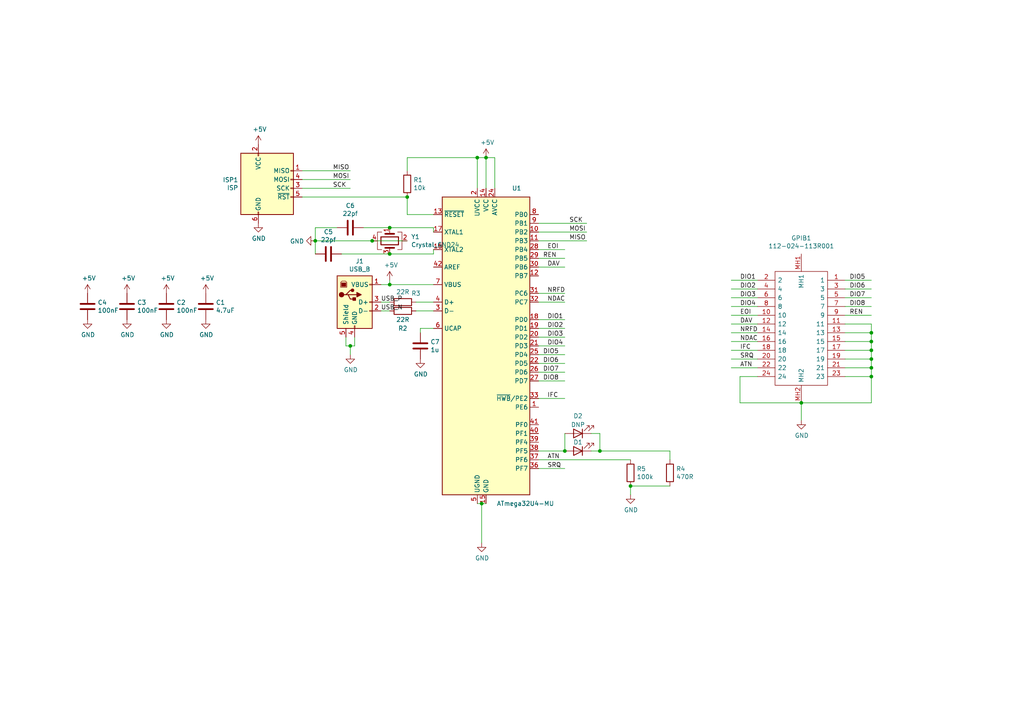
<source format=kicad_sch>
(kicad_sch (version 20230121) (generator eeschema)
  (paper "A4")
  (lib_symbols
    (symbol "Connector:AVR-ISP-6" (pin_names (offset 1.016))
      (property "Reference" "J" (at -6.35 11.43 0))
      (property "Value" "AVR-ISP-6" (at 0 11.43 0))
      (symbol "AVR-ISP-6_0_1"
        (rectangle (start -2.667 -6.858) (end -2.413 -7.62))
        (rectangle (start -2.667 10.16) (end -2.413 9.398))
        (rectangle (start 7.62 -2.413) (end 6.858 -2.667))
        (rectangle (start 7.62 0.127) (end 6.858 -0.127))
        (rectangle (start 7.62 2.667) (end 6.858 2.413))
        (rectangle (start 7.62 5.207) (end 6.858 4.953))
        (rectangle (start 7.62 10.16) (end -7.62 -7.62) (stroke (width 0.254)) (fill (type background)))
      )
      (symbol "AVR-ISP-6_1_1"
        (pin passive line (at 10.16 5.08 180) (length 2.54) (name "MISO") (number "1"))
        (pin passive line (at -2.54 12.7 270) (length 2.54) (name "VCC") (number "2"))
        (pin passive line (at 10.16 0 180) (length 2.54) (name "SCK") (number "3"))
        (pin passive line (at 10.16 2.54 180) (length 2.54) (name "MOSI") (number "4"))
        (pin passive line (at 10.16 -2.54 180) (length 2.54) (name "~{RST}") (number "5"))
        (pin passive line (at -2.54 -10.16 90) (length 2.54) (name "GND") (number "6"))
      )
    )
    (symbol "Connector:USB_B" (pin_names (offset 1.016))
      (property "Reference" "J" (at -5.08 11.43 0))
      (property "Value" "USB_B" (at -5.08 8.89 0))
      (symbol "USB_B_0_1"
        (rectangle (start -5.08 -7.62) (end 5.08 7.62) (stroke (width 0.254)) (fill (type background)))
        (circle (center -3.81 2.159) (radius 0.635) (stroke (width 0.254)) (fill (type outline)))
        (rectangle (start -3.81 5.588) (end -2.54 4.572) (fill (type outline)))
        (circle (center -0.635 3.429) (radius 0.381) (stroke (width 0.254)) (fill (type outline)))
        (rectangle (start -0.127 -7.62) (end 0.127 -6.858))
        (polyline (pts (xy -1.905 2.159) (xy 0.635 2.159)) (stroke (width 0.254)))
        (polyline (pts (xy -3.175 2.159) (xy -2.54 2.159) (xy -1.27 3.429) (xy -0.635 3.429)) (stroke (width 0.254)))
        (polyline (pts (xy -2.54 2.159) (xy -1.905 2.159) (xy -1.27 0.889) (xy 0 0.889)) (stroke (width 0.254)))
        (polyline (pts (xy 0.635 2.794) (xy 0.635 1.524) (xy 1.905 2.159) (xy 0.635 2.794)) (stroke (width 0.254)) (fill (type outline)))
        (polyline (pts (xy -4.064 4.318) (xy -2.286 4.318) (xy -2.286 5.715) (xy -2.667 6.096) (xy -3.683 6.096) (xy -4.064 5.715) (xy -4.064 4.318)))
        (rectangle (start 0.254 1.27) (end -0.508 0.508) (stroke (width 0.254)) (fill (type outline)))
        (rectangle (start 5.08 -2.667) (end 4.318 -2.413))
        (rectangle (start 5.08 -0.127) (end 4.318 0.127))
        (rectangle (start 5.08 4.953) (end 4.318 5.207))
      )
      (symbol "USB_B_1_1"
        (pin power_out line (at 7.62 5.08 180) (length 2.54) (name "VBUS") (number "1"))
        (pin bidirectional line (at 7.62 -2.54 180) (length 2.54) (name "D-") (number "2"))
        (pin bidirectional line (at 7.62 0 180) (length 2.54) (name "D+") (number "3"))
        (pin power_out line (at 0 -10.16 90) (length 2.54) (name "GND") (number "4"))
        (pin passive line (at -2.54 -10.16 90) (length 2.54) (name "Shield") (number "5"))
      )
    )
    (symbol "Device:C" (pin_numbers hide) (pin_names (offset 0.254))
      (property "Reference" "C" (at 0.635 2.54 0))
      (property "Value" "C" (at 0.635 -2.54 0))
      (symbol "C_0_1"
        (polyline (pts (xy -2.032 -0.762) (xy 2.032 -0.762)) (stroke (width 0.508)))
        (polyline (pts (xy -2.032 0.762) (xy 2.032 0.762)) (stroke (width 0.508)))
      )
      (symbol "C_1_1"
        (pin passive line (at 0 3.81 270) (length 2.794) (name "~") (number "1"))
        (pin passive line (at 0 -3.81 90) (length 2.794) (name "~") (number "2"))
      )
    )
    (symbol "Device:Crystal_GND24" (pin_names (offset 1.016) hide)
      (property "Reference" "Y" (at 3.175 5.08 0))
      (property "Value" "Crystal_GND24" (at 3.175 3.175 0))
      (symbol "Crystal_GND24_0_1"
        (rectangle (start -1.143 2.54) (end 1.143 -2.54) (stroke (width 0.3048)))
        (polyline (pts (xy -2.54 0) (xy -2.032 0)))
        (polyline (pts (xy -2.032 -1.27) (xy -2.032 1.27)) (stroke (width 0.508)))
        (polyline (pts (xy 0 -3.81) (xy 0 -3.556)))
        (polyline (pts (xy 0 3.556) (xy 0 3.81)))
        (polyline (pts (xy 2.032 -1.27) (xy 2.032 1.27)) (stroke (width 0.508)))
        (polyline (pts (xy 2.032 0) (xy 2.54 0)))
        (polyline (pts (xy -2.54 -2.286) (xy -2.54 -3.556) (xy 2.54 -3.556) (xy 2.54 -2.286)))
        (polyline (pts (xy -2.54 2.286) (xy -2.54 3.556) (xy 2.54 3.556) (xy 2.54 2.286)))
      )
      (symbol "Crystal_GND24_1_1"
        (pin passive line (at -3.81 0 0) (length 1.27) (name "1") (number "1"))
        (pin passive line (at 0 5.08 270) (length 1.27) (name "2") (number "2"))
        (pin passive line (at 3.81 0 180) (length 1.27) (name "3") (number "3"))
        (pin passive line (at 0 -5.08 90) (length 1.27) (name "4") (number "4"))
      )
    )
    (symbol "Device:LED" (pin_numbers hide) (pin_names (offset 1.016) hide)
      (property "Reference" "D" (at 0 2.54 0))
      (property "Value" "LED" (at 0 -2.54 0))
      (symbol "LED_0_1"
        (polyline (pts (xy -1.27 -1.27) (xy -1.27 1.27)) (stroke (width 0.254)))
        (polyline (pts (xy -1.27 0) (xy 1.27 0)))
        (polyline (pts (xy 1.27 -1.27) (xy 1.27 1.27) (xy -1.27 0) (xy 1.27 -1.27)) (stroke (width 0.254)))
        (polyline (pts (xy -3.048 -0.762) (xy -4.572 -2.286) (xy -3.81 -2.286) (xy -4.572 -2.286) (xy -4.572 -1.524)))
        (polyline (pts (xy -1.778 -0.762) (xy -3.302 -2.286) (xy -2.54 -2.286) (xy -3.302 -2.286) (xy -3.302 -1.524)))
      )
      (symbol "LED_1_1"
        (pin passive line (at -3.81 0 0) (length 2.54) (name "K") (number "1"))
        (pin passive line (at 3.81 0 180) (length 2.54) (name "A") (number "2"))
      )
    )
    (symbol "Device:R" (pin_numbers hide) (pin_names (offset 0))
      (property "Reference" "R" (at 2.032 0 90))
      (property "Value" "R" (at 0 0 90))
      (symbol "R_0_1"
        (rectangle (start -1.016 -2.54) (end 1.016 2.54) (stroke (width 0.254)))
      )
      (symbol "R_1_1"
        (pin passive line (at 0 3.81 270) (length 1.27) (name "~") (number "1"))
        (pin passive line (at 0 -3.81 90) (length 1.27) (name "~") (number "2"))
      )
    )
    (symbol "MCU_Microchip_ATmega:ATmega32U4-MU"
      (property "Reference" "U" (at -12.7 44.45 0))
      (property "Value" "MCU_Microchip_ATmega_ATmega32U4-MU" (at 2.54 -44.45 0))
      (symbol "ATmega32U4-MU_0_1"
        (rectangle (start -12.7 -43.18) (end 12.7 43.18) (stroke (width 0.254)) (fill (type background)))
      )
      (symbol "ATmega32U4-MU_1_1"
        (pin bidirectional line (at 15.24 -17.78 180) (length 2.54) (name "PE6") (number "1"))
        (pin bidirectional line (at 15.24 33.02 180) (length 2.54) (name "PB2") (number "10"))
        (pin bidirectional line (at 15.24 30.48 180) (length 2.54) (name "PB3") (number "11"))
        (pin bidirectional line (at 15.24 20.32 180) (length 2.54) (name "PB7") (number "12"))
        (pin input line (at -15.24 38.1 0) (length 2.54) (name "~{RESET}") (number "13"))
        (pin power_in line (at 0 45.72 270) (length 2.54) (name "VCC") (number "14"))
        (pin power_in line (at 0 -45.72 90) (length 2.54) (name "GND") (number "15"))
        (pin output line (at -15.24 27.94 0) (length 2.54) (name "XTAL2") (number "16"))
        (pin input line (at -15.24 33.02 0) (length 2.54) (name "XTAL1") (number "17"))
        (pin bidirectional line (at 15.24 7.62 180) (length 2.54) (name "PD0") (number "18"))
        (pin bidirectional line (at 15.24 5.08 180) (length 2.54) (name "PD1") (number "19"))
        (pin power_in line (at -2.54 45.72 270) (length 2.54) (name "UVCC") (number "2"))
        (pin bidirectional line (at 15.24 2.54 180) (length 2.54) (name "PD2") (number "20"))
        (pin bidirectional line (at 15.24 0 180) (length 2.54) (name "PD3") (number "21"))
        (pin bidirectional line (at 15.24 -5.08 180) (length 2.54) (name "PD5") (number "22"))
        (pin passive line (at 0 -45.72 90) (length 2.54) hide (name "GND") (number "23"))
        (pin power_in line (at 2.54 45.72 270) (length 2.54) (name "AVCC") (number "24"))
        (pin bidirectional line (at 15.24 -2.54 180) (length 2.54) (name "PD4") (number "25"))
        (pin bidirectional line (at 15.24 -7.62 180) (length 2.54) (name "PD6") (number "26"))
        (pin bidirectional line (at 15.24 -10.16 180) (length 2.54) (name "PD7") (number "27"))
        (pin bidirectional line (at 15.24 27.94 180) (length 2.54) (name "PB4") (number "28"))
        (pin bidirectional line (at 15.24 25.4 180) (length 2.54) (name "PB5") (number "29"))
        (pin bidirectional line (at -15.24 10.16 0) (length 2.54) (name "D-") (number "3"))
        (pin bidirectional line (at 15.24 22.86 180) (length 2.54) (name "PB6") (number "30"))
        (pin bidirectional line (at 15.24 15.24 180) (length 2.54) (name "PC6") (number "31"))
        (pin bidirectional line (at 15.24 12.7 180) (length 2.54) (name "PC7") (number "32"))
        (pin bidirectional line (at 15.24 -15.24 180) (length 2.54) (name "~{HWB}/PE2") (number "33"))
        (pin passive line (at 0 45.72 270) (length 2.54) hide (name "VCC") (number "34"))
        (pin passive line (at 0 -45.72 90) (length 2.54) hide (name "GND") (number "35"))
        (pin bidirectional line (at 15.24 -35.56 180) (length 2.54) (name "PF7") (number "36"))
        (pin bidirectional line (at 15.24 -33.02 180) (length 2.54) (name "PF6") (number "37"))
        (pin bidirectional line (at 15.24 -30.48 180) (length 2.54) (name "PF5") (number "38"))
        (pin bidirectional line (at 15.24 -27.94 180) (length 2.54) (name "PF4") (number "39"))
        (pin bidirectional line (at -15.24 12.7 0) (length 2.54) (name "D+") (number "4"))
        (pin bidirectional line (at 15.24 -25.4 180) (length 2.54) (name "PF1") (number "40"))
        (pin bidirectional line (at 15.24 -22.86 180) (length 2.54) (name "PF0") (number "41"))
        (pin passive line (at -15.24 22.86 0) (length 2.54) (name "AREF") (number "42"))
        (pin passive line (at 0 -45.72 90) (length 2.54) hide (name "GND") (number "43"))
        (pin passive line (at 2.54 45.72 270) (length 2.54) hide (name "AVCC") (number "44"))
        (pin passive line (at 0 -45.72 90) (length 2.54) hide (name "GND") (number "45"))
        (pin passive line (at -2.54 -45.72 90) (length 2.54) (name "UGND") (number "5"))
        (pin passive line (at -15.24 5.08 0) (length 2.54) (name "UCAP") (number "6"))
        (pin input line (at -15.24 17.78 0) (length 2.54) (name "VBUS") (number "7"))
        (pin bidirectional line (at 15.24 38.1 180) (length 2.54) (name "PB0") (number "8"))
        (pin bidirectional line (at 15.24 35.56 180) (length 2.54) (name "PB1") (number "9"))
      )
    )
    (symbol "conn-gpib:112-024-113R001" (pin_names (offset 0.762))
      (property "Reference" "J" (at 39.37 12.7 0))
      (property "Value" "112-024-113R001" (at 39.37 10.16 0))
      (symbol "112-024-113R001_0_0"
        (pin passive line (at 7.62 -12.7 90) (length 5.08) (name "1") (number "1"))
        (pin passive line (at 17.78 12.7 270) (length 5.08) (name "10") (number "10"))
        (pin passive line (at 20.32 -12.7 90) (length 5.08) (name "11") (number "11"))
        (pin passive line (at 20.32 12.7 270) (length 5.08) (name "12") (number "12"))
        (pin passive line (at 22.86 -12.7 90) (length 5.08) (name "13") (number "13"))
        (pin passive line (at 22.86 12.7 270) (length 5.08) (name "14") (number "14"))
        (pin passive line (at 25.4 -12.7 90) (length 5.08) (name "15") (number "15"))
        (pin passive line (at 25.4 12.7 270) (length 5.08) (name "16") (number "16"))
        (pin passive line (at 27.94 -12.7 90) (length 5.08) (name "17") (number "17"))
        (pin passive line (at 27.94 12.7 270) (length 5.08) (name "18") (number "18"))
        (pin passive line (at 30.48 -12.7 90) (length 5.08) (name "19") (number "19"))
        (pin passive line (at 7.62 12.7 270) (length 5.08) (name "2") (number "2"))
        (pin passive line (at 30.48 12.7 270) (length 5.08) (name "20") (number "20"))
        (pin passive line (at 33.02 -12.7 90) (length 5.08) (name "21") (number "21"))
        (pin passive line (at 33.02 12.7 270) (length 5.08) (name "22") (number "22"))
        (pin passive line (at 35.56 -12.7 90) (length 5.08) (name "23") (number "23"))
        (pin passive line (at 35.56 12.7 270) (length 5.08) (name "24") (number "24"))
        (pin passive line (at 10.16 -12.7 90) (length 5.08) (name "3") (number "3"))
        (pin passive line (at 10.16 12.7 270) (length 5.08) (name "4") (number "4"))
        (pin passive line (at 12.7 -12.7 90) (length 5.08) (name "5") (number "5"))
        (pin passive line (at 12.7 12.7 270) (length 5.08) (name "6") (number "6"))
        (pin passive line (at 15.24 -12.7 90) (length 5.08) (name "7") (number "7"))
        (pin passive line (at 15.24 12.7 270) (length 5.08) (name "8") (number "8"))
        (pin passive line (at 17.78 -12.7 90) (length 5.08) (name "9") (number "9"))
        (pin passive line (at 0 0 0) (length 5.08) (name "MH1") (number "MH1"))
        (pin passive line (at 43.18 0 180) (length 5.08) (name "MH2") (number "MH2"))
      )
      (symbol "112-024-113R001_0_1"
        (polyline (pts (xy 5.08 7.62) (xy 38.1 7.62) (xy 38.1 -7.62) (xy 5.08 -7.62) (xy 5.08 7.62)) (stroke (width 0.1524)))
      )
    )
    (symbol "power:+5V" (power) (pin_names (offset 0))
      (property "Value" "+5V" (at 0 3.556 0))
      (symbol "+5V_0_1"
        (polyline (pts (xy -0.762 1.27) (xy 0 2.54)))
        (polyline (pts (xy 0 0) (xy 0 2.54)))
        (polyline (pts (xy 0 2.54) (xy 0.762 1.27)))
      )
      (symbol "+5V_1_1"
        (pin power_in line (at 0 0 90) (length 0) hide (name "+5V") (number "1"))
      )
    )
    (symbol "power:GND" (power) (pin_names (offset 0))
      (property "Value" "GND" (at 0 -3.81 0))
      (symbol "GND_0_1"
        (polyline (pts (xy 0 0) (xy 0 -1.27) (xy 1.27 -1.27) (xy 0 -2.54) (xy -1.27 -1.27) (xy 0 -1.27)))
      )
      (symbol "GND_1_1"
        (pin power_in line (at 0 0 270) (length 0) hide (name "GND") (number "1"))
      )
    )
  )
  (junction (at 118.11 57.15))
  (junction (at 182.88 140.97))
  (junction (at 173.99 130.81))
  (junction (at 91.44 69.85))
  (junction (at 113.03 82.55))
  (junction (at 252.73 104.14))
  (junction (at 252.73 96.52))
  (junction (at 113.03 73.66))
  (junction (at 252.73 99.06))
  (junction (at 252.73 101.6))
  (junction (at 101.6 100.33))
  (junction (at 138.43 45.72))
  (junction (at 252.73 109.22))
  (junction (at 232.41 116.84))
  (junction (at 163.83 130.81))
  (junction (at 107.95 69.85))
  (junction (at 139.7 146.05))
  (junction (at 140.97 45.72))
  (junction (at 113.03 66.04))
  (junction (at 252.73 106.68))
  (wire (pts (xy 252.73 109.22) (xy 252.73 116.84)))
  (wire (pts (xy 140.97 146.05) (xy 139.7 146.05)))
  (wire (pts (xy 156.21 85.09) (xy 163.83 85.09)))
  (wire (pts (xy 107.95 69.85) (xy 91.44 69.85)))
  (wire (pts (xy 252.73 101.6) (xy 252.73 104.14)))
  (wire (pts (xy 140.97 45.72) (xy 143.51 45.72)))
  (wire (pts (xy 171.45 130.81) (xy 173.99 130.81)))
  (wire (pts (xy 245.11 106.68) (xy 252.73 106.68)))
  (wire (pts (xy 156.21 115.57) (xy 163.83 115.57)))
  (wire (pts (xy 113.03 90.17) (xy 110.49 90.17)))
  (wire (pts (xy 87.63 54.61) (xy 101.6 54.61)))
  (wire (pts (xy 173.99 125.73) (xy 173.99 130.81)))
  (wire (pts (xy 245.11 86.36) (xy 252.73 86.36)))
  (wire (pts (xy 214.63 109.22) (xy 219.71 109.22)))
  (wire (pts (xy 245.11 93.98) (xy 252.73 93.98)))
  (wire (pts (xy 113.03 82.55) (xy 113.03 81.28)))
  (wire (pts (xy 156.21 105.41) (xy 163.83 105.41)))
  (wire (pts (xy 156.21 87.63) (xy 163.83 87.63)))
  (wire (pts (xy 121.92 95.25) (xy 121.92 96.52)))
  (wire (pts (xy 252.73 106.68) (xy 252.73 109.22)))
  (wire (pts (xy 139.7 146.05) (xy 139.7 157.48)))
  (wire (pts (xy 156.21 102.87) (xy 163.83 102.87)))
  (wire (pts (xy 113.03 73.66) (xy 125.73 73.66)))
  (wire (pts (xy 118.11 57.15) (xy 118.11 62.23)))
  (wire (pts (xy 212.09 83.82) (xy 219.71 83.82)))
  (wire (pts (xy 212.09 96.52) (xy 219.71 96.52)))
  (wire (pts (xy 252.73 96.52) (xy 252.73 99.06)))
  (wire (pts (xy 87.63 49.53) (xy 101.6 49.53)))
  (wire (pts (xy 156.21 135.89) (xy 163.83 135.89)))
  (wire (pts (xy 156.21 130.81) (xy 163.83 130.81)))
  (wire (pts (xy 102.87 97.79) (xy 102.87 100.33)))
  (wire (pts (xy 245.11 96.52) (xy 252.73 96.52)))
  (wire (pts (xy 245.11 88.9) (xy 252.73 88.9)))
  (wire (pts (xy 214.63 109.22) (xy 214.63 116.84)))
  (wire (pts (xy 156.21 92.71) (xy 163.83 92.71)))
  (wire (pts (xy 156.21 133.35) (xy 182.88 133.35)))
  (wire (pts (xy 212.09 88.9) (xy 219.71 88.9)))
  (wire (pts (xy 125.73 73.66) (xy 125.73 72.39)))
  (wire (pts (xy 87.63 52.07) (xy 101.6 52.07)))
  (wire (pts (xy 252.73 99.06) (xy 252.73 101.6)))
  (wire (pts (xy 171.45 125.73) (xy 173.99 125.73)))
  (wire (pts (xy 105.41 66.04) (xy 113.03 66.04)))
  (wire (pts (xy 156.21 72.39) (xy 163.83 72.39)))
  (wire (pts (xy 125.73 82.55) (xy 113.03 82.55)))
  (wire (pts (xy 100.33 100.33) (xy 101.6 100.33)))
  (wire (pts (xy 212.09 104.14) (xy 219.71 104.14)))
  (wire (pts (xy 212.09 101.6) (xy 219.71 101.6)))
  (wire (pts (xy 118.11 62.23) (xy 125.73 62.23)))
  (wire (pts (xy 138.43 54.61) (xy 138.43 45.72)))
  (wire (pts (xy 156.21 67.31) (xy 170.18 67.31)))
  (wire (pts (xy 125.73 95.25) (xy 121.92 95.25)))
  (wire (pts (xy 245.11 83.82) (xy 252.73 83.82)))
  (wire (pts (xy 99.06 73.66) (xy 113.03 73.66)))
  (wire (pts (xy 118.11 45.72) (xy 138.43 45.72)))
  (wire (pts (xy 212.09 106.68) (xy 219.71 106.68)))
  (wire (pts (xy 245.11 109.22) (xy 252.73 109.22)))
  (wire (pts (xy 101.6 100.33) (xy 101.6 102.87)))
  (wire (pts (xy 120.65 90.17) (xy 125.73 90.17)))
  (wire (pts (xy 252.73 93.98) (xy 252.73 96.52)))
  (wire (pts (xy 97.79 66.04) (xy 91.44 66.04)))
  (wire (pts (xy 156.21 77.47) (xy 163.83 77.47)))
  (wire (pts (xy 245.11 81.28) (xy 252.73 81.28)))
  (wire (pts (xy 91.44 69.85) (xy 91.44 73.66)))
  (wire (pts (xy 245.11 104.14) (xy 252.73 104.14)))
  (wire (pts (xy 212.09 86.36) (xy 219.71 86.36)))
  (wire (pts (xy 143.51 45.72) (xy 143.51 54.61)))
  (wire (pts (xy 245.11 101.6) (xy 252.73 101.6)))
  (wire (pts (xy 100.33 97.79) (xy 100.33 100.33)))
  (wire (pts (xy 173.99 130.81) (xy 194.31 130.81)))
  (wire (pts (xy 212.09 93.98) (xy 219.71 93.98)))
  (wire (pts (xy 118.11 49.53) (xy 118.11 45.72)))
  (wire (pts (xy 125.73 67.31) (xy 125.73 66.04)))
  (wire (pts (xy 156.21 74.93) (xy 163.83 74.93)))
  (wire (pts (xy 212.09 81.28) (xy 219.71 81.28)))
  (wire (pts (xy 118.11 69.85) (xy 107.95 69.85)))
  (wire (pts (xy 214.63 116.84) (xy 232.41 116.84)))
  (wire (pts (xy 212.09 91.44) (xy 219.71 91.44)))
  (wire (pts (xy 140.97 45.72) (xy 140.97 54.61)))
  (wire (pts (xy 194.31 140.97) (xy 182.88 140.97)))
  (wire (pts (xy 91.44 66.04) (xy 91.44 69.85)))
  (wire (pts (xy 113.03 66.04) (xy 125.73 66.04)))
  (wire (pts (xy 156.21 97.79) (xy 163.83 97.79)))
  (wire (pts (xy 87.63 57.15) (xy 118.11 57.15)))
  (wire (pts (xy 245.11 99.06) (xy 252.73 99.06)))
  (wire (pts (xy 232.41 121.92) (xy 232.41 116.84)))
  (wire (pts (xy 245.11 91.44) (xy 252.73 91.44)))
  (wire (pts (xy 156.21 110.49) (xy 163.83 110.49)))
  (wire (pts (xy 252.73 104.14) (xy 252.73 106.68)))
  (wire (pts (xy 156.21 107.95) (xy 163.83 107.95)))
  (wire (pts (xy 156.21 95.25) (xy 163.83 95.25)))
  (wire (pts (xy 110.49 87.63) (xy 113.03 87.63)))
  (wire (pts (xy 156.21 64.77) (xy 170.18 64.77)))
  (wire (pts (xy 125.73 87.63) (xy 120.65 87.63)))
  (wire (pts (xy 156.21 69.85) (xy 170.18 69.85)))
  (wire (pts (xy 212.09 99.06) (xy 219.71 99.06)))
  (wire (pts (xy 156.21 100.33) (xy 163.83 100.33)))
  (wire (pts (xy 194.31 130.81) (xy 194.31 133.35)))
  (wire (pts (xy 182.88 140.97) (xy 182.88 143.51)))
  (wire (pts (xy 252.73 116.84) (xy 232.41 116.84)))
  (wire (pts (xy 110.49 82.55) (xy 113.03 82.55)))
  (wire (pts (xy 138.43 45.72) (xy 140.97 45.72)))
  (wire (pts (xy 139.7 146.05) (xy 138.43 146.05)))
  (wire (pts (xy 102.87 100.33) (xy 101.6 100.33)))
  (wire (pts (xy 163.83 125.73) (xy 163.83 130.81)))
  (label "DIO3" (at 214.63 86.36 0))
  (label "DAV" (at 158.75 77.47 0))
  (label "EOI" (at 214.63 91.44 0))
  (label "NRFD" (at 214.63 96.52 0))
  (label "DIO8" (at 246.38 88.9 0))
  (label "DAV" (at 214.63 93.98 0))
  (label "NDAC" (at 214.63 99.06 0))
  (label "DIO6" (at 157.48 105.41 0))
  (label "USB_P" (at 110.49 87.63 0))
  (label "MISO" (at 96.52 49.53 0))
  (label "DIO7" (at 246.38 86.36 0))
  (label "DIO5" (at 246.38 81.28 0))
  (label "SRQ" (at 214.63 104.14 0))
  (label "ATN" (at 158.75 133.35 0))
  (label "REN" (at 246.38 91.44 0))
  (label "SCK" (at 96.52 54.61 0))
  (label "IFC" (at 214.63 101.6 0))
  (label "NDAC" (at 158.75 87.63 0))
  (label "DIO5" (at 157.48 102.87 0))
  (label "ATN" (at 214.63 106.68 0))
  (label "DIO1" (at 214.63 81.28 0))
  (label "MOSI" (at 165.1 67.31 0))
  (label "EOI" (at 158.75 72.39 0))
  (label "DIO2" (at 158.75 95.25 0))
  (label "DIO6" (at 246.38 83.82 0))
  (label "DIO2" (at 214.63 83.82 0))
  (label "DIO4" (at 214.63 88.9 0))
  (label "SRQ" (at 158.75 135.89 0))
  (label "DIO3" (at 158.75 97.79 0))
  (label "DIO4" (at 158.75 100.33 0))
  (label "DIO8" (at 157.48 110.49 0))
  (label "MOSI" (at 96.52 52.07 0))
  (label "USB_N" (at 110.49 90.17 0))
  (label "SCK" (at 165.1 64.77 0))
  (label "REN" (at 157.48 74.93 0))
  (label "DIO1" (at 158.75 92.71 0))
  (label "IFC" (at 158.75 115.57 0))
  (label "DIO7" (at 157.48 107.95 0))
  (label "MISO" (at 165.1 69.85 0))
  (label "NRFD" (at 158.75 85.09 0))
  (symbol (lib_id "conn-gpib:112-024-113R001") (at 232.41 73.66 90) (mirror x) (unit 1)
    (property "Reference" "GPIB1" (at 232.41 69.0626 90))
    (property "Value" "112-024-113R001" (at 232.41 71.374 90))
    (property "Footprint" "gpib:112024113R001" (effects hide))
    (property "Datasheet" "http://www.norcomp.net/rohspdfs/SCSI-050Ribbon/11Y/112/112-YYY-113R001.pdf" (effects hide))
    (property "Description" "I/O Connectors 24P Centronics male R/A dip solder" (effects hide))
    (property "Height" "15.85" (effects hide))
    (property "Manufacturer_Name" "NorComp" (effects hide))
    (property "Manufacturer_Part_Number" "112-024-113R001" (effects hide))
    (property "Mouser Part Number" "636-112-024-113R001" (effects hide))
    (property "Mouser Price/Stock" "https://www.mouser.co.uk/ProductDetail/NorComp/112-024-113R001?qs=IGgAdOvCTsSdej4q2f%2Fo5Q%3D%3D" (effects hide))
  )
  (symbol (lib_id "power:GND") (at 232.41 121.92 0) (unit 1)
    (property "Reference" "#PWR0101" (effects hide))
    (property "Value" "GND" (at 232.537 126.3142 0))
  )
  (symbol (lib_id "MCU_Microchip_ATmega:ATmega32U4-MU") (at 140.97 100.33 0) (unit 1)
    (property "Reference" "U1" (at 149.86 54.61 0))
    (property "Value" "ATmega32U4-MU" (at 152.4 146.05 0))
    (property "Footprint" "Package_DFN_QFN:QFN-44-1EP_7x7mm_P0.5mm_EP5.2x5.2mm" (effects hide))
    (property "Datasheet" "http://ww1.microchip.com/downloads/en/DeviceDoc/Atmel-7766-8-bit-AVR-ATmega16U4-32U4_Datasheet.pdf" (effects hide))
  )
  (symbol (lib_id "Device:R") (at 182.88 137.16 0) (unit 1)
    (property "Reference" "R5" (at 184.658 135.9916 0) (effects (justify left)))
    (property "Value" "100k" (at 184.658 138.303 0) (effects (justify left)))
    (property "Footprint" "Resistor_SMD:R_0603_1608Metric" (effects hide))
  )
  (symbol (lib_id "power:GND") (at 182.88 143.51 0) (unit 1)
    (property "Reference" "#PWR0102" (effects hide))
    (property "Value" "GND" (at 183.007 147.9042 0))
  )
  (symbol (lib_id "power:GND") (at 139.7 157.48 0) (unit 1)
    (property "Reference" "#PWR0103" (effects hide))
    (property "Value" "GND" (at 139.827 161.8742 0))
  )
  (symbol (lib_id "power:+5V") (at 140.97 45.72 0) (unit 1)
    (property "Reference" "#PWR0104" (effects hide))
    (property "Value" "+5V" (at 141.351 41.3258 0))
  )
  (symbol (lib_id "Connector:AVR-ISP-6") (at 77.47 54.61 0) (unit 1)
    (property "Reference" "ISP1" (at 69.1134 52.1716 0) (effects (justify right)))
    (property "Value" "ISP" (at 69.1134 54.483 0) (effects (justify right)))
    (property "Footprint" "Connector_IDC:IDC-Header_2x03_P2.54mm_Vertical" (effects hide))
    (property "Datasheet" " ~" (effects hide))
  )
  (symbol (lib_id "Device:R") (at 118.11 53.34 0) (unit 1)
    (property "Reference" "R1" (at 119.888 52.1716 0) (effects (justify left)))
    (property "Value" "10k" (at 119.888 54.483 0) (effects (justify left)))
    (property "Footprint" "Resistor_SMD:R_0603_1608Metric" (effects hide))
  )
  (symbol (lib_id "power:+5V") (at 74.93 41.91 0) (unit 1)
    (property "Reference" "#PWR0105" (effects hide))
    (property "Value" "+5V" (at 75.311 37.5158 0))
  )
  (symbol (lib_id "power:GND") (at 74.93 64.77 0) (unit 1)
    (property "Reference" "#PWR0106" (effects hide))
    (property "Value" "GND" (at 75.057 69.1642 0))
  )
  (symbol (lib_id "Connector:USB_B") (at 102.87 87.63 0) (unit 1)
    (property "Reference" "J1" (at 104.3178 75.7682 0))
    (property "Value" "USB_B" (at 104.3178 78.0796 0))
    (property "Footprint" "Connector_USB:USB_B_Lumberg_2411_02_Horizontal" (effects hide))
    (property "Datasheet" " ~" (effects hide))
  )
  (symbol (lib_id "power:GND") (at 101.6 102.87 0) (unit 1)
    (property "Reference" "#PWR0107" (effects hide))
    (property "Value" "GND" (at 101.727 107.2642 0))
  )
  (symbol (lib_id "power:+5V") (at 113.03 81.28 0) (unit 1)
    (property "Reference" "#PWR0108" (effects hide))
    (property "Value" "+5V" (at 113.411 76.8858 0))
  )
  (symbol (lib_id "Device:R") (at 116.84 90.17 270) (unit 1)
    (property "Reference" "R2" (at 116.84 95.25 90))
    (property "Value" "22R" (at 116.84 92.71 90))
    (property "Footprint" "Resistor_SMD:R_0603_1608Metric" (effects hide))
  )
  (symbol (lib_id "Device:R") (at 116.84 87.63 270) (unit 1)
    (property "Reference" "R3" (at 120.65 85.09 90))
    (property "Value" "22R" (at 116.84 84.6836 90))
    (property "Footprint" "Resistor_SMD:R_0603_1608Metric" (effects hide))
  )
  (symbol (lib_id "Device:C") (at 121.92 100.33 0) (unit 1)
    (property "Reference" "C7" (at 124.841 99.1616 0) (effects (justify left)))
    (property "Value" "1u" (at 124.841 101.473 0) (effects (justify left)))
    (property "Footprint" "Capacitor_SMD:C_0603_1608Metric" (effects hide))
  )
  (symbol (lib_id "power:GND") (at 121.92 104.14 0) (unit 1)
    (property "Reference" "#PWR0109" (effects hide))
    (property "Value" "GND" (at 122.047 108.5342 0))
  )
  (symbol (lib_id "Device:LED") (at 167.64 130.81 180) (unit 1)
    (property "Reference" "D1" (at 167.64 128.27 0))
    (property "Value" "LED" (effects hide))
    (property "Footprint" "LED_SMD:LED_0805_2012Metric" (effects hide))
  )
  (symbol (lib_id "Device:R") (at 194.31 137.16 0) (unit 1)
    (property "Reference" "R4" (at 196.088 135.9916 0) (effects (justify left)))
    (property "Value" "470R" (at 196.088 138.303 0) (effects (justify left)))
    (property "Footprint" "Resistor_SMD:R_0603_1608Metric" (effects hide))
  )
  (symbol (lib_id "Device:C") (at 59.69 88.9 0) (unit 1)
    (property "Reference" "C1" (at 62.611 87.7316 0) (effects (justify left)))
    (property "Value" "4.7uF" (at 62.611 90.043 0) (effects (justify left)))
    (property "Footprint" "Capacitor_SMD:C_0805_2012Metric" (effects hide))
  )
  (symbol (lib_id "Device:C") (at 48.26 88.9 0) (unit 1)
    (property "Reference" "C2" (at 51.181 87.7316 0) (effects (justify left)))
    (property "Value" "100nF" (at 51.181 90.043 0) (effects (justify left)))
    (property "Footprint" "Capacitor_SMD:C_0603_1608Metric" (effects hide))
  )
  (symbol (lib_id "power:GND") (at 59.69 92.71 0) (unit 1)
    (property "Reference" "#PWR0110" (effects hide))
    (property "Value" "GND" (at 59.817 97.1042 0))
  )
  (symbol (lib_id "power:GND") (at 48.26 92.71 0) (unit 1)
    (property "Reference" "#PWR0111" (effects hide))
    (property "Value" "GND" (at 48.387 97.1042 0))
  )
  (symbol (lib_id "power:+5V") (at 48.26 85.09 0) (unit 1)
    (property "Reference" "#PWR0112" (effects hide))
    (property "Value" "+5V" (at 48.641 80.6958 0))
  )
  (symbol (lib_id "power:+5V") (at 59.69 85.09 0) (unit 1)
    (property "Reference" "#PWR0113" (effects hide))
    (property "Value" "+5V" (at 60.071 80.6958 0))
  )
  (symbol (lib_id "Device:C") (at 95.25 73.66 270) (unit 1)
    (property "Reference" "C5" (at 95.25 67.2592 90))
    (property "Value" "22pf" (at 95.25 69.5706 90))
    (property "Footprint" "Capacitor_SMD:C_0603_1608Metric" (effects hide))
  )
  (symbol (lib_id "Device:C") (at 101.6 66.04 270) (unit 1)
    (property "Reference" "C6" (at 101.6 59.6392 90))
    (property "Value" "22pf" (at 101.6 61.9506 90))
    (property "Footprint" "Capacitor_SMD:C_0603_1608Metric" (effects hide))
  )
  (symbol (lib_id "power:GND") (at 91.44 69.85 270) (unit 1)
    (property "Reference" "#PWR0114" (effects hide))
    (property "Value" "GND" (at 88.1888 69.977 90) (effects (justify right)))
  )
  (symbol (lib_id "Device:Crystal_GND24") (at 113.03 69.85 270) (unit 1)
    (property "Reference" "Y1" (at 119.2276 68.6816 90) (effects (justify left)))
    (property "Value" "Crystal_GND24" (at 119.2276 70.993 90) (effects (justify left)))
    (property "Footprint" "Crystal:Crystal_SMD_3225-4Pin_3.2x2.5mm" (effects hide))
  )
  (symbol (lib_id "Device:LED") (at 167.64 125.73 180) (unit 1)
    (property "Reference" "D2" (at 167.64 120.65 0))
    (property "Value" "DNP" (at 167.64 123.19 0))
    (property "Footprint" "LED_SMD:LED_0805_2012Metric" (effects hide))
  )
  (symbol (lib_id "Device:C") (at 36.83 88.9 0) (unit 1)
    (property "Reference" "C3" (at 39.751 87.7316 0) (effects (justify left)))
    (property "Value" "100nF" (at 39.751 90.043 0) (effects (justify left)))
    (property "Footprint" "Capacitor_SMD:C_0603_1608Metric" (effects hide))
  )
  (symbol (lib_id "power:GND") (at 36.83 92.71 0) (unit 1)
    (property "Reference" "#PWR02" (effects hide))
    (property "Value" "GND" (at 36.957 97.1042 0))
  )
  (symbol (lib_id "power:+5V") (at 36.83 85.09 0) (unit 1)
    (property "Reference" "#PWR01" (effects hide))
    (property "Value" "+5V" (at 37.211 80.6958 0))
  )
  (symbol (lib_id "Device:C") (at 25.4 88.9 0) (unit 1)
    (property "Reference" "C4" (at 28.321 87.7316 0) (effects (justify left)))
    (property "Value" "100nF" (at 28.321 90.043 0) (effects (justify left)))
    (property "Footprint" "Capacitor_SMD:C_0603_1608Metric" (effects hide))
  )
  (symbol (lib_id "power:GND") (at 25.4 92.71 0) (unit 1)
    (property "Reference" "#PWR04" (effects hide))
    (property "Value" "GND" (at 25.527 97.1042 0))
  )
  (symbol (lib_id "power:+5V") (at 25.4 85.09 0) (unit 1)
    (property "Reference" "#PWR03" (effects hide))
    (property "Value" "+5V" (at 25.781 80.6958 0))
  )
)
</source>
